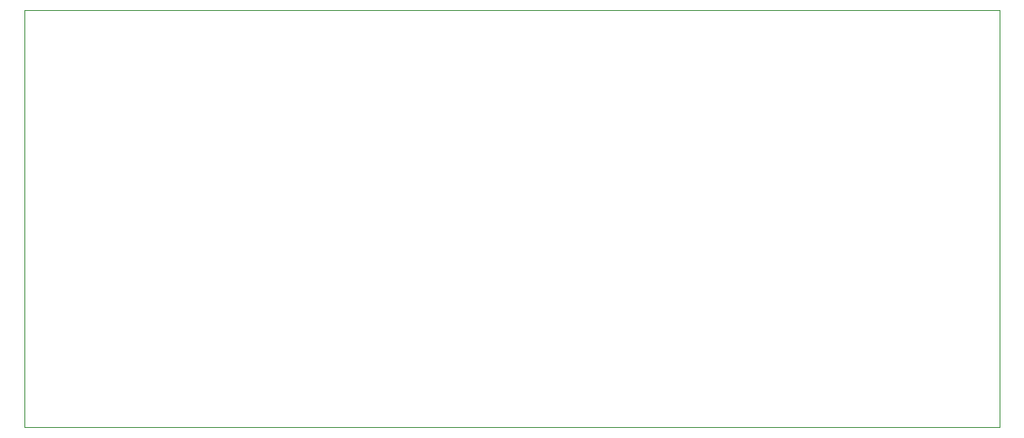
<source format=gbr>
%TF.GenerationSoftware,KiCad,Pcbnew,5.1.10-88a1d61d58~88~ubuntu20.04.1*%
%TF.CreationDate,2021-06-20T22:38:15+02:00*%
%TF.ProjectId,motor_driver_v1,6d6f746f-725f-4647-9269-7665725f7631,rev?*%
%TF.SameCoordinates,Original*%
%TF.FileFunction,Profile,NP*%
%FSLAX46Y46*%
G04 Gerber Fmt 4.6, Leading zero omitted, Abs format (unit mm)*
G04 Created by KiCad (PCBNEW 5.1.10-88a1d61d58~88~ubuntu20.04.1) date 2021-06-20 22:38:15*
%MOMM*%
%LPD*%
G01*
G04 APERTURE LIST*
%TA.AperFunction,Profile*%
%ADD10C,0.050000*%
%TD*%
G04 APERTURE END LIST*
D10*
X175000000Y-85000000D02*
X175000000Y-84750000D01*
X77000000Y-85000000D02*
X175000000Y-85000000D01*
X77000000Y-43000000D02*
X77000000Y-85000000D01*
X175000000Y-43000000D02*
X175000000Y-84750000D01*
X77000000Y-43000000D02*
X175000000Y-43000000D01*
M02*

</source>
